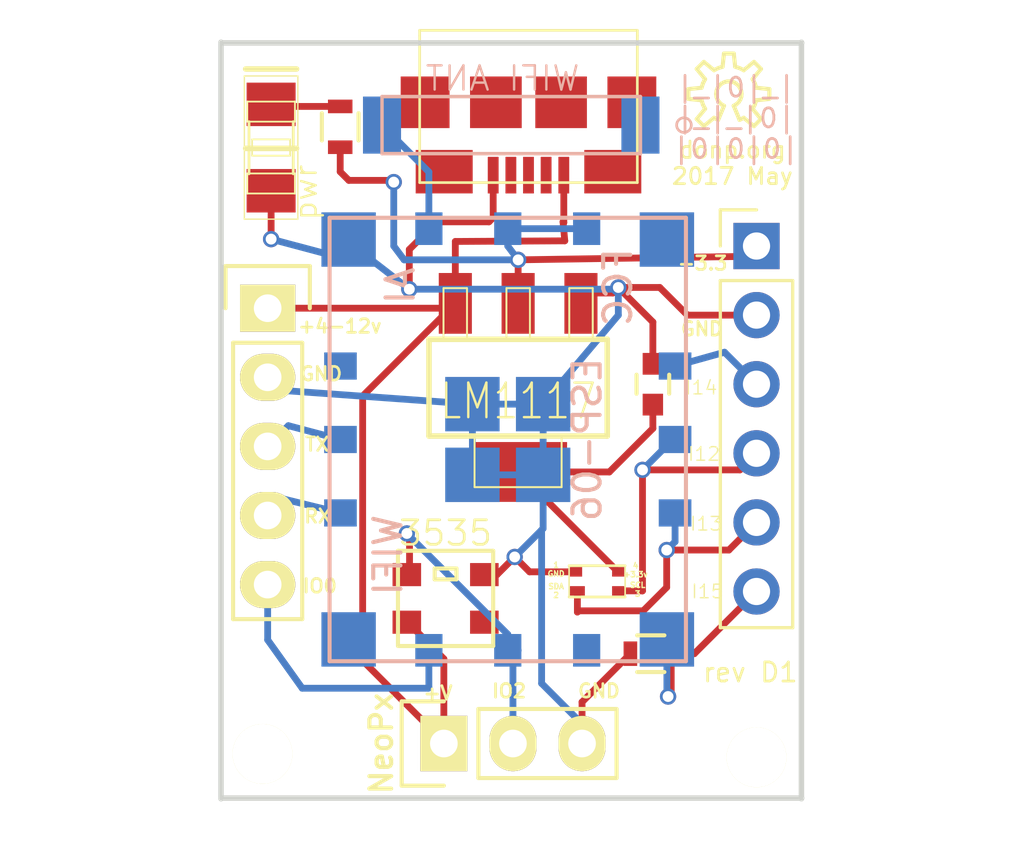
<source format=kicad_pcb>
(kicad_pcb (version 20171130) (host pcbnew 5.0.2-bee76a0~70~ubuntu18.04.1)

  (general
    (thickness 1.6)
    (drawings 25)
    (tracks 134)
    (zones 0)
    (modules 16)
    (nets 1)
  )

  (page A4)
  (layers
    (0 F.Cu signal)
    (31 B.Cu signal)
    (32 B.Adhes user)
    (33 F.Adhes user)
    (34 B.Paste user)
    (35 F.Paste user)
    (36 B.SilkS user)
    (37 F.SilkS user)
    (38 B.Mask user)
    (39 F.Mask user)
    (40 Dwgs.User user)
    (41 Cmts.User user)
    (42 Eco1.User user)
    (43 Eco2.User user)
    (44 Edge.Cuts user)
    (45 Margin user)
    (46 B.CrtYd user)
    (47 F.CrtYd user)
    (48 B.Fab user)
    (49 F.Fab user)
  )

  (setup
    (last_trace_width 0.25)
    (trace_clearance 0.2)
    (zone_clearance 0.508)
    (zone_45_only no)
    (trace_min 0.2)
    (segment_width 0.2)
    (edge_width 0.2)
    (via_size 0.6)
    (via_drill 0.4)
    (via_min_size 0.4)
    (via_min_drill 0.3)
    (uvia_size 0.3)
    (uvia_drill 0.1)
    (uvias_allowed no)
    (uvia_min_size 0.2)
    (uvia_min_drill 0.1)
    (pcb_text_width 0.3)
    (pcb_text_size 1.5 1.5)
    (mod_edge_width 0.15)
    (mod_text_size 1 1)
    (mod_text_width 0.15)
    (pad_size 0.55 0.35)
    (pad_drill 0)
    (pad_to_mask_clearance 0.2)
    (solder_mask_min_width 0.25)
    (aux_axis_origin 0 0)
    (visible_elements FFFFFF7F)
    (pcbplotparams
      (layerselection 0x010f0_80000001)
      (usegerberextensions true)
      (usegerberattributes false)
      (usegerberadvancedattributes false)
      (creategerberjobfile false)
      (excludeedgelayer true)
      (linewidth 0.100000)
      (plotframeref false)
      (viasonmask false)
      (mode 1)
      (useauxorigin false)
      (hpglpennumber 1)
      (hpglpenspeed 20)
      (hpglpendiameter 15.000000)
      (psnegative false)
      (psa4output false)
      (plotreference true)
      (plotvalue true)
      (plotinvisibletext false)
      (padsonsilk false)
      (subtractmaskfromsilk false)
      (outputformat 1)
      (mirror false)
      (drillshape 0)
      (scaleselection 1)
      (outputdirectory "/home/donp/osh/espsquare"))
  )

  (net 0 "")

  (net_class Default "This is the default net class."
    (clearance 0.2)
    (trace_width 0.25)
    (via_dia 0.6)
    (via_drill 0.4)
    (uvia_dia 0.3)
    (uvia_drill 0.1)
  )

  (module Resistors_SMD:R_0603 (layer F.Cu) (tedit 57B8D37B) (tstamp 595538FA)
    (at 147.7518 60.452)
    (descr "Resistor SMD 0603, reflow soldering, Vishay (see dcrcw.pdf)")
    (tags "resistor 0603")
    (attr smd)
    (fp_text reference "" (at 0 -1.9) (layer F.SilkS)
      (effects (font (size 1 1) (thickness 0.15)))
    )
    (fp_text value R_0603 (at 0 1.9) (layer F.Fab)
      (effects (font (size 0.5 0.5) (thickness 0.125)))
    )
    (fp_line (start -1.3 -0.8) (end 1.3 -0.8) (layer F.CrtYd) (width 0.05))
    (fp_line (start -1.3 0.8) (end 1.3 0.8) (layer F.CrtYd) (width 0.05))
    (fp_line (start -1.3 -0.8) (end -1.3 0.8) (layer F.CrtYd) (width 0.05))
    (fp_line (start 1.3 -0.8) (end 1.3 0.8) (layer F.CrtYd) (width 0.05))
    (fp_line (start 0.5 0.675) (end -0.5 0.675) (layer F.SilkS) (width 0.15))
    (fp_line (start -0.5 -0.675) (end 0.5 -0.675) (layer F.SilkS) (width 0.15))
    (pad 1 smd rect (at -0.75 0) (size 0.5 0.9) (layers F.Cu F.Paste F.Mask))
    (pad 2 smd rect (at 0.75 0) (size 0.5 0.9) (layers F.Cu F.Paste F.Mask))
    (model Resistors_SMD.3dshapes/R_0603.wrl
      (at (xyz 0 0 0))
      (scale (xyz 1 1 1))
      (rotate (xyz 0 0 0))
    )
    (model Resistors_SMD.3dshapes/R_0603.wrl
      (at (xyz 0 0 0))
      (scale (xyz 1 1 1))
      (rotate (xyz 0 0 0))
    )
    (model Resistors_SMD.3dshapes/R_0603.wrl
      (at (xyz 0 0 0))
      (scale (xyz 1 1 1))
      (rotate (xyz 0 0 0))
    )
    (model Resistors_SMD.3dshapes/R_0603.wrl
      (at (xyz 0 0 0))
      (scale (xyz 1 1 1))
      (rotate (xyz 0 0 0))
    )
  )

  (module veml-rgb:VEML6040 (layer F.Cu) (tedit 590A0B07) (tstamp 58E21996)
    (at 145.9484 56.7182)
    (fp_text reference "" (at 0.24 2.46) (layer F.SilkS)
      (effects (font (size 1 1) (thickness 0.15)))
    )
    (fp_text value VEML6040 (at 0 -0.5) (layer F.Fab)
      (effects (font (size 1 1) (thickness 0.15)))
    )
    (fp_line (start -1.2 0.5) (end -1.2 1.65) (layer F.SilkS) (width 0.06))
    (fp_line (start -1.2 1.65) (end 0.86 1.65) (layer F.SilkS) (width 0.1))
    (fp_line (start 0.86 1.65) (end 0.86 0.5) (layer F.SilkS) (width 0.06))
    (fp_line (start -1.2 0.5) (end 0.86 0.5) (layer F.SilkS) (width 0.1))
    (pad GND smd rect (at -0.945 0.725) (size 0.45 0.35) (layers F.Cu F.Paste F.Mask))
    (pad +V smd rect (at 0.605 0.725) (size 0.45 0.35) (layers F.Cu F.Paste F.Mask))
    (pad 3 smd rect (at 0.605 1.425) (size 0.45 0.35) (layers F.Cu F.Paste F.Mask))
    (pad 2 smd rect (at -0.895 1.425) (size 0.55 0.35) (layers F.Cu F.Paste F.Mask))
  )

  (module Pin_Headers:Pin_Header_Straight_1x05 (layer F.Cu) (tedit 57B8E008) (tstamp 57BBFF38)
    (at 133.6675 47.752)
    (descr "Through hole pin header")
    (tags "pin header")
    (fp_text reference "" (at 0 -5.1) (layer F.SilkS)
      (effects (font (size 1 1) (thickness 0.15)))
    )
    (fp_text value Pin_Header_Straight_1x05 (at 0 -3.1) (layer F.Fab)
      (effects (font (size 1 1) (thickness 0.15)))
    )
    (fp_line (start -1.55 0) (end -1.55 -1.55) (layer F.SilkS) (width 0.15))
    (fp_line (start -1.55 -1.55) (end 1.55 -1.55) (layer F.SilkS) (width 0.15))
    (fp_line (start 1.55 -1.55) (end 1.55 0) (layer F.SilkS) (width 0.15))
    (fp_line (start -1.75 -1.75) (end -1.75 11.95) (layer F.CrtYd) (width 0.05))
    (fp_line (start 1.75 -1.75) (end 1.75 11.95) (layer F.CrtYd) (width 0.05))
    (fp_line (start -1.75 -1.75) (end 1.75 -1.75) (layer F.CrtYd) (width 0.05))
    (fp_line (start -1.75 11.95) (end 1.75 11.95) (layer F.CrtYd) (width 0.05))
    (fp_line (start 1.27 1.27) (end 1.27 11.43) (layer F.SilkS) (width 0.15))
    (fp_line (start 1.27 11.43) (end -1.27 11.43) (layer F.SilkS) (width 0.15))
    (fp_line (start -1.27 11.43) (end -1.27 1.27) (layer F.SilkS) (width 0.15))
    (fp_line (start 1.27 1.27) (end -1.27 1.27) (layer F.SilkS) (width 0.15))
    (pad 1 thru_hole rect (at 0 0) (size 2.032 1.7272) (drill 1.016) (layers *.Cu *.Mask F.SilkS))
    (pad 2 thru_hole oval (at 0 2.54) (size 2.032 1.7272) (drill 1.016) (layers *.Cu *.Mask F.SilkS))
    (pad 3 thru_hole oval (at 0 5.08) (size 2.032 1.7272) (drill 1.016) (layers *.Cu *.Mask F.SilkS))
    (pad 4 thru_hole oval (at 0 7.62) (size 2.032 1.7272) (drill 1.016) (layers *.Cu *.Mask F.SilkS))
    (pad 5 thru_hole oval (at 0 10.16) (size 2.032 1.7272) (drill 1.016) (layers *.Cu *.Mask F.SilkS))
    (model Pin_Headers.3dshapes/Pin_Header_Straight_1x05.wrl
      (offset (xyz 0 -5.079999923706055 0))
      (scale (xyz 1 1 1))
      (rotate (xyz 0 0 90))
    )
    (model Pin_Headers.3dshapes/Pin_Header_Straight_1x05.wrl
      (offset (xyz 0 -5.079999923706055 0))
      (scale (xyz 1 1 1))
      (rotate (xyz 0 0 90))
    )
    (model Pin_Headers.3dshapes/Pin_Header_Straight_1x05.wrl
      (offset (xyz 0 -5.079999923706055 0))
      (scale (xyz 1 1 1))
      (rotate (xyz 0 0 90))
    )
    (model Pin_Headers.3dshapes/Pin_Header_Straight_1x05.wrl
      (offset (xyz 0 -5.079999923706055 0))
      (scale (xyz 1 1 1))
      (rotate (xyz 0 0 90))
    )
  )

  (module ESP8266:ESP-06 (layer B.Cu) (tedit 57B8CC68) (tstamp 56EF2894)
    (at 142.494 52.578 270)
    (fp_text reference ESP-06 (at 0 -2.921 270) (layer B.SilkS)
      (effects (font (size 1 1) (thickness 0.15)) (justify mirror))
    )
    (fp_text value ESP-06 (at 0 0.5 270) (layer F.Fab)
      (effects (font (size 1 1) (thickness 0.15)))
    )
    (fp_text user AI (at -5.65 3.95 270) (layer B.SilkS)
      (effects (font (size 1 1) (thickness 0.15)) (justify mirror))
    )
    (fp_text user WIFI (at 4.25 4.4 270) (layer B.SilkS)
      (effects (font (size 1 1) (thickness 0.15)) (justify mirror))
    )
    (fp_text user FCC (at -5.6 -4.05 270) (layer B.SilkS)
      (effects (font (size 1 1) (thickness 0.15)) (justify mirror))
    )
    (fp_line (start -8.15 -6.55) (end 8.15 -6.55) (layer B.SilkS) (width 0.15))
    (fp_line (start 8.15 -6.55) (end 8.15 6.55) (layer B.SilkS) (width 0.15))
    (fp_line (start 8.15 6.55) (end -8.15 6.55) (layer B.SilkS) (width 0.15))
    (fp_line (start -8.15 6.55) (end -8.15 -6.55) (layer B.SilkS) (width 0.15))
    (pad GND smd rect (at -7.35 5.85 270) (size 2 2) (layers B.Cu B.Paste B.Mask))
    (pad GP5 smd rect (at 7.35 5.85 270) (size 2 2) (layers B.Cu B.Paste B.Mask))
    (pad GP16 smd rect (at -7.35 -5.85 270) (size 2 2) (layers B.Cu B.Paste B.Mask))
    (pad GP15 smd rect (at 7.35 -5.85 270) (size 2 2) (layers B.Cu B.Paste B.Mask))
    (pad GP14 smd rect (at -2.7 -6.15 270) (size 1 1.2) (layers B.Cu B.Paste B.Mask))
    (pad GP12 smd rect (at 0 -6.15 270) (size 1 1.2) (layers B.Cu B.Paste B.Mask))
    (pad GP13 smd rect (at 2.7 -6.15 270) (size 1 1.2) (layers B.Cu B.Paste B.Mask))
    (pad TX smd rect (at 0 6.15 270) (size 1 1.2) (layers B.Cu B.Paste B.Mask))
    (pad RST smd rect (at -2.7 6.15 270) (size 1 1.2) (layers B.Cu B.Paste B.Mask))
    (pad RX smd rect (at 2.7 6.15 270) (size 1 1.2) (layers B.Cu B.Paste B.Mask))
    (pad 3.3 smd rect (at -7.75 0 270) (size 1.2 1) (layers B.Cu B.Paste B.Mask))
    (pad CHPD smd rect (at -7.75 -2.9 270) (size 1.2 1) (layers B.Cu B.Paste B.Mask))
    (pad ANT smd rect (at -7.75 2.9 270) (size 1.2 1) (layers B.Cu B.Paste B.Mask))
    (pad GP2 smd rect (at 7.75 0 270) (size 1.2 1) (layers B.Cu B.Paste B.Mask))
    (pad GP0 smd rect (at 7.75 2.9 270) (size 1.2 1) (layers B.Cu B.Paste B.Mask))
    (pad GP4 smd rect (at 7.75 -2.9 270) (size 1.2 1) (layers B.Cu B.Paste B.Mask))
    (pad GND smd rect (at -1.3 1.3 270) (size 2 2) (layers B.Cu B.Paste B.Mask))
    (pad GND smd rect (at 1.3 1.3 270) (size 2 2) (layers B.Cu B.Paste B.Mask))
    (pad GND smd rect (at -1.3 -1.3 270) (size 2 2) (layers B.Cu B.Paste B.Mask))
    (pad GND smd rect (at 1.3 -1.3 270) (size 2 2) (layers B.Cu B.Paste B.Mask))
  )

  (module Mounting_Holes:MountingHole_2.2mm_M2 (layer F.Cu) (tedit 57BC20FF) (tstamp 57BE41FB)
    (at 133.477 64.135)
    (descr "Mounting Hole 2.2mm, no annular, M2")
    (tags "mounting hole 2.2mm no annular m2")
    (fp_text reference "" (at 0 -3.2) (layer F.SilkS)
      (effects (font (size 1 1) (thickness 0.15)))
    )
    (fp_text value MountingHole_2.2mm_M2 (at 0 3.2) (layer F.Fab)
      (effects (font (size 1 1) (thickness 0.15)))
    )
    (fp_circle (center 0 0) (end 2.2 0) (layer Cmts.User) (width 0.15))
    (fp_circle (center 0 0) (end 2.45 0) (layer F.CrtYd) (width 0.05))
    (pad 1 np_thru_hole circle (at 0 0) (size 2.2 2.2) (drill 2.2) (layers *.Cu *.Mask F.SilkS))
  )

  (module aalay:aalay-LED1206 (layer F.Cu) (tedit 57B713D9) (tstamp 56F9A37D)
    (at 133.7945 41.8465 90)
    (attr smd)
    (fp_text reference pwr (at -1.651 1.27 90) (layer F.SilkS)
      (effects (font (size 0.8 0.8) (thickness 0.0889)))
    )
    (fp_text value >VALUE (at 0.508 2.032 90) (layer B.SilkS) hide
      (effects (font (size 1.016 1.016) (thickness 0.0889)) (justify mirror))
    )
    (fp_line (start -1.6891 0.8763) (end -0.9525 0.8763) (layer F.SilkS) (width 0.06604))
    (fp_line (start -0.9525 0.8763) (end -0.9525 -0.8763) (layer F.SilkS) (width 0.06604))
    (fp_line (start -1.6891 -0.8763) (end -0.9525 -0.8763) (layer F.SilkS) (width 0.06604))
    (fp_line (start -1.6891 0.8763) (end -1.6891 -0.8763) (layer F.SilkS) (width 0.06604))
    (fp_line (start 0.9525 0.8763) (end 1.6891 0.8763) (layer F.SilkS) (width 0.06604))
    (fp_line (start 1.6891 0.8763) (end 1.6891 -0.8763) (layer F.SilkS) (width 0.06604))
    (fp_line (start 0.9525 -0.8763) (end 1.6891 -0.8763) (layer F.SilkS) (width 0.06604))
    (fp_line (start 0.9525 0.8763) (end 0.9525 -0.8763) (layer F.SilkS) (width 0.06604))
    (fp_line (start -0.29972 0.6985) (end 0.29972 0.6985) (layer F.SilkS) (width 0.06604))
    (fp_line (start 0.29972 0.6985) (end 0.29972 -0.6985) (layer F.SilkS) (width 0.06604))
    (fp_line (start -0.29972 -0.6985) (end 0.29972 -0.6985) (layer F.SilkS) (width 0.06604))
    (fp_line (start -0.29972 0.6985) (end -0.29972 -0.6985) (layer F.SilkS) (width 0.06604))
    (fp_line (start 0.9525 0.8128) (end -0.9652 0.8128) (layer F.SilkS) (width 0.1016))
    (fp_line (start 0.9525 -0.8128) (end -0.9652 -0.8128) (layer F.SilkS) (width 0.1016))
    (fp_line (start -2.63144 -0.98298) (end 2.63144 -0.98298) (layer F.SilkS) (width 0.0508))
    (fp_line (start 2.63144 -0.98298) (end 2.63144 0.98298) (layer F.SilkS) (width 0.0508))
    (fp_line (start 2.63144 0.98298) (end -2.63144 0.98298) (layer F.SilkS) (width 0.0508))
    (fp_line (start -2.63144 0.98298) (end -2.63144 -0.98298) (layer F.SilkS) (width 0.0508))
    (fp_line (start -0.03048 0.93472) (end -0.03048 -0.93472) (layer F.SilkS) (width 0.2032))
    (fp_line (start 2.88798 0.93472) (end 2.88798 -0.93472) (layer F.SilkS) (width 0.2032))
    (pad A smd rect (at -1.5875 0 90) (size 1.59766 1.80086) (layers F.Cu F.Paste F.Mask))
    (pad K smd rect (at 1.5875 0 90) (size 1.59766 1.80086) (layers F.Cu F.Paste F.Mask))
  )

  (module Pin_Headers:Pin_Header_Straight_1x03 (layer F.Cu) (tedit 57B8E513) (tstamp 56F7230E)
    (at 140.1445 63.754 90)
    (descr "Through hole pin header")
    (tags "pin header")
    (fp_text reference NeoPx (at 0 -2.3 90) (layer F.SilkS)
      (effects (font (size 0.8 0.8) (thickness 0.15)))
    )
    (fp_text value Pin_Header_Straight_1x03 (at 0 -3.1 90) (layer F.Fab) hide
      (effects (font (size 1 1) (thickness 0.15)))
    )
    (fp_line (start -1.75 -1.75) (end -1.75 6.85) (layer F.CrtYd) (width 0.05))
    (fp_line (start 1.75 -1.75) (end 1.75 6.85) (layer F.CrtYd) (width 0.05))
    (fp_line (start -1.75 -1.75) (end 1.75 -1.75) (layer F.CrtYd) (width 0.05))
    (fp_line (start -1.75 6.85) (end 1.75 6.85) (layer F.CrtYd) (width 0.05))
    (fp_line (start -1.27 1.27) (end -1.27 6.35) (layer F.SilkS) (width 0.15))
    (fp_line (start -1.27 6.35) (end 1.27 6.35) (layer F.SilkS) (width 0.15))
    (fp_line (start 1.27 6.35) (end 1.27 1.27) (layer F.SilkS) (width 0.15))
    (fp_line (start 1.55 -1.55) (end 1.55 0) (layer F.SilkS) (width 0.15))
    (fp_line (start 1.27 1.27) (end -1.27 1.27) (layer F.SilkS) (width 0.15))
    (fp_line (start -1.55 0) (end -1.55 -1.55) (layer F.SilkS) (width 0.15))
    (fp_line (start -1.55 -1.55) (end 1.55 -1.55) (layer F.SilkS) (width 0.15))
    (pad 1 thru_hole rect (at 0 0 90) (size 2.032 1.7272) (drill 1.016) (layers *.Cu *.Mask F.SilkS))
    (pad 2 thru_hole oval (at 0 2.54 90) (size 2.032 1.7272) (drill 1.016) (layers *.Cu *.Mask F.SilkS))
    (pad 3 thru_hole oval (at 0 5.08 90) (size 2.032 1.7272) (drill 1.016) (layers *.Cu *.Mask F.SilkS))
    (model Pin_Headers.3dshapes/Pin_Header_Straight_1x03.wrl
      (offset (xyz 0 -2.539999961853027 0))
      (scale (xyz 1 1 1))
      (rotate (xyz 0 0 90))
    )
    (model Pin_Headers.3dshapes/Pin_Header_Straight_1x03.wrl
      (offset (xyz 0 -2.539999961853027 0))
      (scale (xyz 1 1 1))
      (rotate (xyz 0 0 90))
    )
  )

  (module aalay:aalay-SOT223 (layer F.Cu) (tedit 56F70B8E) (tstamp 56F03C8A)
    (at 142.875 50.673 180)
    (descr "SOT223 PACKAGE")
    (tags "SOT223 PACKAGE")
    (attr smd)
    (fp_text reference LM1117 (at 0 -0.5 180) (layer F.SilkS)
      (effects (font (size 1.27 1) (thickness 0.0889)))
    )
    (fp_text value >VALUE (at 1.27 0.6858 180) (layer B.SilkS) hide
      (effects (font (size 1.27 1.27) (thickness 0.0889)) (justify mirror))
    )
    (fp_line (start -1.6002 -1.80086) (end 1.6002 -1.80086) (layer F.SilkS) (width 0.06604))
    (fp_line (start 1.6002 -1.80086) (end 1.6002 -3.6576) (layer F.SilkS) (width 0.06604))
    (fp_line (start -1.6002 -3.6576) (end 1.6002 -3.6576) (layer F.SilkS) (width 0.06604))
    (fp_line (start -1.6002 -1.80086) (end -1.6002 -3.6576) (layer F.SilkS) (width 0.06604))
    (fp_line (start -0.4318 3.6576) (end 0.4318 3.6576) (layer F.SilkS) (width 0.06604))
    (fp_line (start 0.4318 3.6576) (end 0.4318 1.80086) (layer F.SilkS) (width 0.06604))
    (fp_line (start -0.4318 1.80086) (end 0.4318 1.80086) (layer F.SilkS) (width 0.06604))
    (fp_line (start -0.4318 3.6576) (end -0.4318 1.80086) (layer F.SilkS) (width 0.06604))
    (fp_line (start -2.7432 3.6576) (end -1.8796 3.6576) (layer F.SilkS) (width 0.06604))
    (fp_line (start -1.8796 3.6576) (end -1.8796 1.80086) (layer F.SilkS) (width 0.06604))
    (fp_line (start -2.7432 1.80086) (end -1.8796 1.80086) (layer F.SilkS) (width 0.06604))
    (fp_line (start -2.7432 3.6576) (end -2.7432 1.80086) (layer F.SilkS) (width 0.06604))
    (fp_line (start 1.8796 3.6576) (end 2.7432 3.6576) (layer F.SilkS) (width 0.06604))
    (fp_line (start 2.7432 3.6576) (end 2.7432 1.80086) (layer F.SilkS) (width 0.06604))
    (fp_line (start 1.8796 1.80086) (end 2.7432 1.80086) (layer F.SilkS) (width 0.06604))
    (fp_line (start 1.8796 3.6576) (end 1.8796 1.80086) (layer F.SilkS) (width 0.06604))
    (fp_line (start -1.6002 -1.80086) (end 1.6002 -1.80086) (layer F.SilkS) (width 0.06604))
    (fp_line (start 1.6002 -1.80086) (end 1.6002 -3.6576) (layer F.SilkS) (width 0.06604))
    (fp_line (start -1.6002 -3.6576) (end 1.6002 -3.6576) (layer F.SilkS) (width 0.06604))
    (fp_line (start -1.6002 -1.80086) (end -1.6002 -3.6576) (layer F.SilkS) (width 0.06604))
    (fp_line (start -0.4318 3.6576) (end 0.4318 3.6576) (layer F.SilkS) (width 0.06604))
    (fp_line (start 0.4318 3.6576) (end 0.4318 1.80086) (layer F.SilkS) (width 0.06604))
    (fp_line (start -0.4318 1.80086) (end 0.4318 1.80086) (layer F.SilkS) (width 0.06604))
    (fp_line (start -0.4318 3.6576) (end -0.4318 1.80086) (layer F.SilkS) (width 0.06604))
    (fp_line (start -2.7432 3.6576) (end -1.8796 3.6576) (layer F.SilkS) (width 0.06604))
    (fp_line (start -1.8796 3.6576) (end -1.8796 1.80086) (layer F.SilkS) (width 0.06604))
    (fp_line (start -2.7432 1.80086) (end -1.8796 1.80086) (layer F.SilkS) (width 0.06604))
    (fp_line (start -2.7432 3.6576) (end -2.7432 1.80086) (layer F.SilkS) (width 0.06604))
    (fp_line (start 1.8796 3.6576) (end 2.7432 3.6576) (layer F.SilkS) (width 0.06604))
    (fp_line (start 2.7432 3.6576) (end 2.7432 1.80086) (layer F.SilkS) (width 0.06604))
    (fp_line (start 1.8796 1.80086) (end 2.7432 1.80086) (layer F.SilkS) (width 0.06604))
    (fp_line (start 1.8796 3.6576) (end 1.8796 1.80086) (layer F.SilkS) (width 0.06604))
    (fp_line (start 3.2766 -1.778) (end 3.2766 1.778) (layer F.SilkS) (width 0.2032))
    (fp_line (start 3.2766 1.778) (end -3.2766 1.778) (layer F.SilkS) (width 0.2032))
    (fp_line (start -3.2766 1.778) (end -3.2766 -1.778) (layer F.SilkS) (width 0.2032))
    (fp_line (start -3.2766 -1.778) (end 3.2766 -1.778) (layer F.SilkS) (width 0.2032))
    (pad GND smd rect (at -2.30886 3.0988 180) (size 1.21666 2.23266) (layers F.Cu F.Paste F.Mask))
    (pad OUT smd rect (at 0 3.0988 180) (size 1.21666 2.23266) (layers F.Cu F.Paste F.Mask))
    (pad IN smd rect (at 2.30886 3.0988 180) (size 1.21666 2.23266) (layers F.Cu F.Paste F.Mask))
    (pad OUT smd rect (at 0 -3.0988 180) (size 3.59918 2.19964) (layers F.Cu F.Paste F.Mask))
  )

  (module OPL-Antenna:OPL-Antenna-ANT2-SMD-9.5X2.1X1.0MM (layer B.Cu) (tedit 577AC5CE) (tstamp 56EF2E24)
    (at 142.621 41.021 180)
    (attr smd)
    (fp_text reference "WIFI ANT" (at 0.3175 1.7145 180) (layer B.SilkS)
      (effects (font (size 0.889 0.889) (thickness 0.0889)) (justify mirror))
    )
    (fp_text value >VALUE (at 0.762 -2.0955 180) (layer F.SilkS) hide
      (effects (font (size 0.889 0.889) (thickness 0.0889)))
    )
    (fp_line (start -4.7498 -1.04902) (end 4.7498 -1.04902) (layer B.SilkS) (width 0.06604))
    (fp_line (start 4.7498 -1.04902) (end 4.7498 1.04902) (layer B.SilkS) (width 0.06604))
    (fp_line (start -4.7498 1.04902) (end 4.7498 1.04902) (layer B.SilkS) (width 0.06604))
    (fp_line (start -4.7498 -1.04902) (end -4.7498 1.04902) (layer B.SilkS) (width 0.06604))
    (fp_line (start -4.7498 1.04902) (end 4.7498 1.04902) (layer B.SilkS) (width 0.127))
    (fp_line (start 4.7498 1.04902) (end 4.7498 -1.04902) (layer B.SilkS) (width 0.127))
    (fp_line (start 4.7498 -1.04902) (end -4.7498 -1.04902) (layer B.SilkS) (width 0.127))
    (fp_line (start -4.7498 -1.04902) (end -4.7498 1.04902) (layer B.SilkS) (width 0.127))
    (fp_circle (center -6.35 0) (end -6.5405 -0.1905) (layer B.SilkS) (width 0.1))
    (pad 1 smd rect (at -4.7498 0 180) (size 1.39954 2.09804) (layers B.Cu B.Paste B.Mask))
    (pad 2 smd rect (at 4.7498 0 180) (size 1.39954 2.09804) (layers B.Cu B.Paste B.Mask))
  )

  (module Resistors_SMD:R_0603 (layer F.Cu) (tedit 57B8D37B) (tstamp 577AC355)
    (at 136.3345 41.0845 90)
    (descr "Resistor SMD 0603, reflow soldering, Vishay (see dcrcw.pdf)")
    (tags "resistor 0603")
    (attr smd)
    (fp_text reference "" (at 0 -1.9 90) (layer F.SilkS)
      (effects (font (size 1 1) (thickness 0.15)))
    )
    (fp_text value R_0603 (at 0 1.9 90) (layer F.Fab)
      (effects (font (size 0.5 0.5) (thickness 0.125)))
    )
    (fp_line (start -1.3 -0.8) (end 1.3 -0.8) (layer F.CrtYd) (width 0.05))
    (fp_line (start -1.3 0.8) (end 1.3 0.8) (layer F.CrtYd) (width 0.05))
    (fp_line (start -1.3 -0.8) (end -1.3 0.8) (layer F.CrtYd) (width 0.05))
    (fp_line (start 1.3 -0.8) (end 1.3 0.8) (layer F.CrtYd) (width 0.05))
    (fp_line (start 0.5 0.675) (end -0.5 0.675) (layer F.SilkS) (width 0.15))
    (fp_line (start -0.5 -0.675) (end 0.5 -0.675) (layer F.SilkS) (width 0.15))
    (pad 1 smd rect (at -0.75 0 90) (size 0.5 0.9) (layers F.Cu F.Paste F.Mask))
    (pad 2 smd rect (at 0.75 0 90) (size 0.5 0.9) (layers F.Cu F.Paste F.Mask))
    (model Resistors_SMD.3dshapes/R_0603.wrl
      (at (xyz 0 0 0))
      (scale (xyz 1 1 1))
      (rotate (xyz 0 0 0))
    )
    (model Resistors_SMD.3dshapes/R_0603.wrl
      (at (xyz 0 0 0))
      (scale (xyz 1 1 1))
      (rotate (xyz 0 0 0))
    )
    (model Resistors_SMD.3dshapes/R_0603.wrl
      (at (xyz 0 0 0))
      (scale (xyz 1 1 1))
      (rotate (xyz 0 0 0))
    )
    (model Resistors_SMD.3dshapes/R_0603.wrl
      (at (xyz 0 0 0))
      (scale (xyz 1 1 1))
      (rotate (xyz 0 0 0))
    )
  )

  (module Capacitors_SMD:C_0603 (layer F.Cu) (tedit 57B556AC) (tstamp 57B66417)
    (at 147.828 50.546 90)
    (descr "Capacitor SMD 0603, reflow soldering, AVX (see smccp.pdf)")
    (tags "capacitor 0603")
    (attr smd)
    (fp_text reference "" (at 0 -1.9 90) (layer F.SilkS)
      (effects (font (size 1 1) (thickness 0.15)))
    )
    (fp_text value C_0603 (at 0 1.9 90) (layer F.Fab)
      (effects (font (size 1 1) (thickness 0.15)))
    )
    (fp_line (start -1.45 -0.75) (end 1.45 -0.75) (layer F.CrtYd) (width 0.05))
    (fp_line (start -1.45 0.75) (end 1.45 0.75) (layer F.CrtYd) (width 0.05))
    (fp_line (start -1.45 -0.75) (end -1.45 0.75) (layer F.CrtYd) (width 0.05))
    (fp_line (start 1.45 -0.75) (end 1.45 0.75) (layer F.CrtYd) (width 0.05))
    (fp_line (start -0.35 -0.6) (end 0.35 -0.6) (layer F.SilkS) (width 0.15))
    (fp_line (start 0.35 0.6) (end -0.35 0.6) (layer F.SilkS) (width 0.15))
    (pad 1 smd rect (at -0.75 0 90) (size 0.8 0.75) (layers F.Cu F.Paste F.Mask))
    (pad 2 smd rect (at 0.75 0 90) (size 0.8 0.75) (layers F.Cu F.Paste F.Mask))
    (model Capacitors_SMD.3dshapes/C_0603.wrl
      (at (xyz 0 0 0))
      (scale (xyz 1 1 1))
      (rotate (xyz 0 0 0))
    )
    (model Capacitors_SMD.3dshapes/C_0603.wrl
      (at (xyz 0 0 0))
      (scale (xyz 1 1 1))
      (rotate (xyz 0 0 0))
    )
  )

  (module aalay:aalay-OSHW_LOGO_S (layer F.Cu) (tedit 200000) (tstamp 57B820CA)
    (at 150.622 39.878)
    (attr virtual)
    (fp_text reference "" (at 0 0) (layer F.SilkS)
      (effects (font (size 1.524 1.524) (thickness 0.15)))
    )
    (fp_text value "" (at 0 0) (layer F.SilkS)
      (effects (font (size 1.524 1.524) (thickness 0.15)))
    )
    (fp_line (start 0.3937 0.9525) (end 0.5461 0.87376) (layer F.SilkS) (width 0.14986))
    (fp_line (start 0.5461 0.87376) (end 0.92202 1.1811) (layer F.SilkS) (width 0.14986))
    (fp_line (start 0.92202 1.1811) (end 1.1811 0.92202) (layer F.SilkS) (width 0.14986))
    (fp_line (start 1.1811 0.92202) (end 0.87376 0.5461) (layer F.SilkS) (width 0.14986))
    (fp_line (start 0.87376 0.5461) (end 0.9525 0.3937) (layer F.SilkS) (width 0.14986))
    (fp_line (start 0.9525 0.3937) (end 1.0033 0.23114) (layer F.SilkS) (width 0.14986))
    (fp_line (start 1.0033 0.23114) (end 1.48844 0.18034) (layer F.SilkS) (width 0.14986))
    (fp_line (start 1.48844 0.18034) (end 1.48844 -0.18034) (layer F.SilkS) (width 0.14986))
    (fp_line (start 1.48844 -0.18034) (end 1.0033 -0.23114) (layer F.SilkS) (width 0.14986))
    (fp_line (start 1.0033 -0.23114) (end 0.9525 -0.3937) (layer F.SilkS) (width 0.14986))
    (fp_line (start 0.9525 -0.3937) (end 0.87376 -0.5461) (layer F.SilkS) (width 0.14986))
    (fp_line (start 0.87376 -0.5461) (end 1.1811 -0.92202) (layer F.SilkS) (width 0.14986))
    (fp_line (start 1.1811 -0.92202) (end 0.92202 -1.1811) (layer F.SilkS) (width 0.14986))
    (fp_line (start 0.92202 -1.1811) (end 0.5461 -0.87376) (layer F.SilkS) (width 0.14986))
    (fp_line (start 0.5461 -0.87376) (end 0.3937 -0.9525) (layer F.SilkS) (width 0.14986))
    (fp_line (start 0.3937 -0.9525) (end 0.23114 -1.0033) (layer F.SilkS) (width 0.14986))
    (fp_line (start 0.23114 -1.0033) (end 0.18034 -1.48844) (layer F.SilkS) (width 0.14986))
    (fp_line (start 0.18034 -1.48844) (end -0.18034 -1.48844) (layer F.SilkS) (width 0.14986))
    (fp_line (start -0.18034 -1.48844) (end -0.23114 -1.0033) (layer F.SilkS) (width 0.14986))
    (fp_line (start -0.23114 -1.0033) (end -0.3937 -0.9525) (layer F.SilkS) (width 0.14986))
    (fp_line (start -0.3937 -0.9525) (end -0.5461 -0.87376) (layer F.SilkS) (width 0.14986))
    (fp_line (start -0.5461 -0.87376) (end -0.92202 -1.1811) (layer F.SilkS) (width 0.14986))
    (fp_line (start -0.92202 -1.1811) (end -1.1811 -0.92202) (layer F.SilkS) (width 0.14986))
    (fp_line (start -1.1811 -0.92202) (end -0.87376 -0.5461) (layer F.SilkS) (width 0.14986))
    (fp_line (start -0.87376 -0.5461) (end -0.9525 -0.3937) (layer F.SilkS) (width 0.14986))
    (fp_line (start -0.9525 -0.3937) (end -1.0033 -0.23114) (layer F.SilkS) (width 0.14986))
    (fp_line (start -1.0033 -0.23114) (end -1.48844 -0.18034) (layer F.SilkS) (width 0.14986))
    (fp_line (start -1.48844 -0.18034) (end -1.48844 0.18034) (layer F.SilkS) (width 0.14986))
    (fp_line (start -1.48844 0.18034) (end -1.0033 0.23114) (layer F.SilkS) (width 0.14986))
    (fp_line (start -1.0033 0.23114) (end -0.9525 0.3937) (layer F.SilkS) (width 0.14986))
    (fp_line (start -0.9525 0.3937) (end -0.87376 0.5461) (layer F.SilkS) (width 0.14986))
    (fp_line (start -0.87376 0.5461) (end -1.1811 0.92202) (layer F.SilkS) (width 0.14986))
    (fp_line (start -1.1811 0.92202) (end -0.92202 1.1811) (layer F.SilkS) (width 0.14986))
    (fp_line (start -0.92202 1.1811) (end -0.5461 0.87376) (layer F.SilkS) (width 0.14986))
    (fp_line (start -0.5461 0.87376) (end -0.3937 0.9525) (layer F.SilkS) (width 0.14986))
    (fp_line (start -0.3937 0.9525) (end -0.1778 0.4318) (layer F.SilkS) (width 0.14986))
    (fp_line (start -0.1778 0.4318) (end -0.27432 0.37846) (layer F.SilkS) (width 0.14986))
    (fp_line (start -0.27432 0.37846) (end -0.3556 0.30226) (layer F.SilkS) (width 0.14986))
    (fp_line (start -0.3556 0.30226) (end -0.41656 0.21082) (layer F.SilkS) (width 0.14986))
    (fp_line (start -0.41656 0.21082) (end -0.45466 0.10922) (layer F.SilkS) (width 0.14986))
    (fp_line (start -0.45466 0.10922) (end -0.46736 0) (layer F.SilkS) (width 0.14986))
    (fp_line (start -0.46736 0) (end -0.45466 -0.10922) (layer F.SilkS) (width 0.14986))
    (fp_line (start -0.45466 -0.10922) (end -0.41402 -0.2159) (layer F.SilkS) (width 0.14986))
    (fp_line (start -0.41402 -0.2159) (end -0.35052 -0.30734) (layer F.SilkS) (width 0.14986))
    (fp_line (start -0.35052 -0.30734) (end -0.2667 -0.38354) (layer F.SilkS) (width 0.14986))
    (fp_line (start -0.2667 -0.38354) (end -0.16764 -0.43434) (layer F.SilkS) (width 0.14986))
    (fp_line (start -0.16764 -0.43434) (end -0.06096 -0.46228) (layer F.SilkS) (width 0.14986))
    (fp_line (start -0.06096 -0.46228) (end 0.0508 -0.46482) (layer F.SilkS) (width 0.14986))
    (fp_line (start 0.0508 -0.46482) (end 0.16002 -0.43942) (layer F.SilkS) (width 0.14986))
    (fp_line (start 0.16002 -0.43942) (end 0.25908 -0.38862) (layer F.SilkS) (width 0.14986))
    (fp_line (start 0.25908 -0.38862) (end 0.34544 -0.31496) (layer F.SilkS) (width 0.14986))
    (fp_line (start 0.34544 -0.31496) (end 0.40894 -0.22352) (layer F.SilkS) (width 0.14986))
    (fp_line (start 0.40894 -0.22352) (end 0.45212 -0.11938) (layer F.SilkS) (width 0.14986))
    (fp_line (start 0.45212 -0.11938) (end 0.46736 -0.01016) (layer F.SilkS) (width 0.14986))
    (fp_line (start 0.46736 -0.01016) (end 0.4572 0.09906) (layer F.SilkS) (width 0.14986))
    (fp_line (start 0.4572 0.09906) (end 0.4191 0.20574) (layer F.SilkS) (width 0.14986))
    (fp_line (start 0.4191 0.20574) (end 0.35814 0.29972) (layer F.SilkS) (width 0.14986))
    (fp_line (start 0.35814 0.29972) (end 0.27686 0.37592) (layer F.SilkS) (width 0.14986))
    (fp_line (start 0.27686 0.37592) (end 0.1778 0.4318) (layer F.SilkS) (width 0.14986))
    (fp_line (start 0.1778 0.4318) (end 0.3937 0.9525) (layer F.SilkS) (width 0.14986))
  )

  (module open-project:MICRO-B_USB (layer F.Cu) (tedit 57DD5C72) (tstamp 57BAEA7E)
    (at 143.256 38.735 180)
    (fp_text reference "" (at 0 -5.842 180) (layer F.SilkS)
      (effects (font (size 0.762 0.762) (thickness 0.127)))
    )
    (fp_text value "" (at -0.05 2.09 180) (layer F.SilkS)
      (effects (font (size 0.762 0.762) (thickness 0.127)))
    )
    (fp_line (start -4.0005 1.00076) (end -4.0005 1.19888) (layer F.SilkS) (width 0.09906))
    (fp_line (start 4.0005 1.00076) (end 4.0005 1.19888) (layer F.SilkS) (width 0.09906))
    (fp_line (start -4.0005 -4.39928) (end 4.0005 -4.39928) (layer F.SilkS) (width 0.09906))
    (fp_line (start 4.0005 -4.39928) (end 4.0005 1.00076) (layer F.SilkS) (width 0.09906))
    (fp_line (start 4.0005 1.19888) (end -4.0005 1.19888) (layer F.SilkS) (width 0.09906))
    (fp_line (start -4.0005 1.00076) (end -4.0005 -4.39928) (layer F.SilkS) (width 0.09906))
    (pad "" smd rect (at -1.19888 -1.4478 180) (size 1.89738 1.89738) (layers F.Cu F.Paste F.Mask))
    (pad "" smd rect (at 1.19888 -1.4478 180) (size 1.89992 1.89738) (layers F.Cu F.Paste F.Mask))
    (pad "" smd rect (at 3.79984 -1.4478 180) (size 1.79578 1.89738) (layers F.Cu F.Paste F.Mask))
    (pad "" smd rect (at -3.0988 -3.99796 180) (size 2.0955 1.59766) (layers F.Cu F.Paste F.Mask))
    (pad +5 smd rect (at -1.29794 -4.12496 180) (size 0.39878 1.3462) (layers F.Cu F.Paste F.Mask)
      (clearance 0.2032))
    (pad 2 smd rect (at -0.6477 -4.12496 180) (size 0.39878 1.3462) (layers F.Cu F.Paste F.Mask)
      (clearance 0.2032))
    (pad 3 smd rect (at 0 -4.12496 180) (size 0.39878 1.3462) (layers F.Cu F.Paste F.Mask)
      (clearance 0.2032))
    (pad 4 smd rect (at 0.6477 -4.12496 180) (size 0.39878 1.3462) (layers F.Cu F.Paste F.Mask)
      (clearance 0.2032))
    (pad GND smd rect (at 1.29794 -4.12496 180) (size 0.39878 1.3462) (layers F.Cu F.Paste F.Mask)
      (clearance 0.2032))
    (pad "" smd rect (at 3.0988 -3.99796 180) (size 2.0955 1.59766) (layers F.Cu F.Paste F.Mask))
    (pad "" smd rect (at -3.79984 -1.4478 180) (size 1.79578 1.89738) (layers F.Cu F.Paste F.Mask))
  )

  (module Mounting_Holes:MountingHole_2.2mm_M2 (layer F.Cu) (tedit 57BC20F9) (tstamp 57BE41E9)
    (at 151.638 64.262)
    (descr "Mounting Hole 2.2mm, no annular, M2")
    (tags "mounting hole 2.2mm no annular m2")
    (fp_text reference "" (at 0 -3.2) (layer F.SilkS)
      (effects (font (size 1 1) (thickness 0.15)))
    )
    (fp_text value MountingHole_2.2mm_M2 (at 0 3.2) (layer F.Fab)
      (effects (font (size 1 1) (thickness 0.15)))
    )
    (fp_circle (center 0 0) (end 2.2 0) (layer Cmts.User) (width 0.15))
    (fp_circle (center 0 0) (end 2.45 0) (layer F.CrtYd) (width 0.05))
    (pad 1 np_thru_hole circle (at 0 0) (size 2.2 2.2) (drill 2.2) (layers *.Cu *.Mask F.SilkS))
  )

  (module ws2812:3535 (layer F.Cu) (tedit 588CDD58) (tstamp 57BA36BB)
    (at 140.208 58.42 180)
    (fp_text reference 3535 (at 0 2.4 180) (layer F.SilkS)
      (effects (font (size 0.9 0.9) (thickness 0.1)))
    )
    (fp_text value 3535 (at 0.05 -2.2 180) (layer F.Fab)
      (effects (font (size 1 1) (thickness 0.15)))
    )
    (fp_line (start -0.4 0.7) (end 0.4 0.7) (layer F.SilkS) (width 0.15))
    (fp_line (start 0.4 0.7) (end 0.4 1.1) (layer F.SilkS) (width 0.15))
    (fp_line (start 0.4 1.1) (end -0.4 1.1) (layer F.SilkS) (width 0.15))
    (fp_line (start -0.4 1.1) (end -0.4 0.7) (layer F.SilkS) (width 0.15))
    (fp_line (start 1.75 1.75) (end -1.75 1.75) (layer F.SilkS) (width 0.15))
    (fp_line (start -1.75 1.75) (end -1.75 -1.75) (layer F.SilkS) (width 0.15))
    (fp_line (start 1.75 -1.75) (end 1.75 1.75) (layer F.SilkS) (width 0.15))
    (fp_line (start -1.75 -1.75) (end 1.7 -1.75) (layer F.SilkS) (width 0.15))
    (pad IN smd rect (at 1.325 0.875 180) (size 1.05 0.85) (drill (offset 0.1 0)) (layers F.Cu F.Paste F.Mask))
    (pad VDD smd rect (at 1.325 -0.875 180) (size 1.05 0.85) (drill (offset 0.1 0)) (layers F.Cu F.Paste F.Mask))
    (pad GND smd rect (at -1.325 0.875 180) (size 1.05 0.85) (drill (offset -0.1 0)) (layers F.Cu F.Paste F.Mask))
    (pad OUT smd rect (at -1.325 -0.875 180) (size 1.05 0.85) (drill (offset -0.1 0)) (layers F.Cu F.Paste F.Mask))
  )

  (module Pin_Headers:Pin_Header_Straight_1x06_Pitch2.54mm (layer F.Cu) (tedit 58CD4EC1) (tstamp 57BC01B3)
    (at 151.638 45.466)
    (descr "Through hole straight pin header, 1x06, 2.54mm pitch, single row")
    (tags "Through hole pin header THT 1x06 2.54mm single row")
    (fp_text reference "" (at 0 -2.33) (layer F.SilkS)
      (effects (font (size 1 1) (thickness 0.15)))
    )
    (fp_text value Pin_Header_Straight_1x03 (at 0 15.03) (layer F.Fab)
      (effects (font (size 1 1) (thickness 0.15)))
    )
    (fp_line (start -1.27 -1.27) (end -1.27 13.97) (layer F.Fab) (width 0.1))
    (fp_line (start -1.27 13.97) (end 1.27 13.97) (layer F.Fab) (width 0.1))
    (fp_line (start 1.27 13.97) (end 1.27 -1.27) (layer F.Fab) (width 0.1))
    (fp_line (start 1.27 -1.27) (end -1.27 -1.27) (layer F.Fab) (width 0.1))
    (fp_line (start -1.33 1.27) (end -1.33 14.03) (layer F.SilkS) (width 0.12))
    (fp_line (start -1.33 14.03) (end 1.33 14.03) (layer F.SilkS) (width 0.12))
    (fp_line (start 1.33 14.03) (end 1.33 1.27) (layer F.SilkS) (width 0.12))
    (fp_line (start 1.33 1.27) (end -1.33 1.27) (layer F.SilkS) (width 0.12))
    (fp_line (start -1.33 0) (end -1.33 -1.33) (layer F.SilkS) (width 0.12))
    (fp_line (start -1.33 -1.33) (end 0 -1.33) (layer F.SilkS) (width 0.12))
    (fp_line (start -1.8 -1.8) (end -1.8 14.5) (layer F.CrtYd) (width 0.05))
    (fp_line (start -1.8 14.5) (end 1.8 14.5) (layer F.CrtYd) (width 0.05))
    (fp_line (start 1.8 14.5) (end 1.8 -1.8) (layer F.CrtYd) (width 0.05))
    (fp_line (start 1.8 -1.8) (end -1.8 -1.8) (layer F.CrtYd) (width 0.05))
    (fp_text user %R (at 0 -2.33) (layer F.Fab)
      (effects (font (size 1 1) (thickness 0.15)))
    )
    (pad 1 thru_hole rect (at 0 0) (size 1.7 1.7) (drill 1) (layers *.Cu *.Mask))
    (pad 2 thru_hole oval (at 0 2.54) (size 1.7 1.7) (drill 1) (layers *.Cu *.Mask))
    (pad 3 thru_hole oval (at 0 5.08) (size 1.7 1.7) (drill 1) (layers *.Cu *.Mask))
    (pad 4 thru_hole oval (at 0 7.62) (size 1.7 1.7) (drill 1) (layers *.Cu *.Mask))
    (pad 5 thru_hole oval (at 0 10.16) (size 1.7 1.7) (drill 1) (layers *.Cu *.Mask))
    (pad 6 thru_hole oval (at 0 12.7) (size 1.7 1.7) (drill 1) (layers *.Cu *.Mask))
    (model ${KISYS3DMOD}/Pin_Headers.3dshapes/Pin_Header_Straight_1x06_Pitch2.54mm.wrl
      (offset (xyz 0 -6.349999904632568 0))
      (scale (xyz 1 1 1))
      (rotate (xyz 0 0 90))
    )
  )

  (gr_text I15 (at 149.8346 58.166) (layer F.SilkS)
    (effects (font (size 0.5 0.5) (thickness 0.05)))
  )
  (gr_text I13 (at 149.7838 55.6768) (layer F.SilkS)
    (effects (font (size 0.5 0.5) (thickness 0.05)))
  )
  (gr_text I12 (at 149.7076 53.1114) (layer F.SilkS)
    (effects (font (size 0.5 0.5) (thickness 0.05)))
  )
  (gr_text "SCL\n3" (at 147.2692 58.0898) (layer F.SilkS)
    (effects (font (size 0.2 0.2) (thickness 0.05)))
  )
  (gr_text "SDA\n2" (at 144.272 58.1406) (layer F.SilkS)
    (effects (font (size 0.2 0.2) (thickness 0.05)))
  )
  (gr_text +3.3 (at 149.6568 46.101) (layer F.SilkS)
    (effects (font (size 0.5 0.5) (thickness 0.1)))
  )
  (gr_text I14 (at 149.606 50.673) (layer F.SilkS)
    (effects (font (size 0.5 0.5) (thickness 0.05)))
  )
  (gr_text GND (at 149.6314 48.514) (layer F.SilkS)
    (effects (font (size 0.5 0.5) (thickness 0.1)))
  )
  (gr_text +4-12v (at 136.3218 48.4124) (layer F.SilkS)
    (effects (font (size 0.5 0.5) (thickness 0.1)))
  )
  (gr_text GND (at 135.636 50.165) (layer F.SilkS)
    (effects (font (size 0.5 0.5) (thickness 0.1)))
  )
  (gr_text TX (at 135.4836 52.7558) (layer F.SilkS)
    (effects (font (size 0.5 0.5) (thickness 0.1)))
  )
  (gr_text RX (at 135.509 55.3974) (layer F.SilkS)
    (effects (font (size 0.5 0.5) (thickness 0.1)))
  )
  (gr_text IO0 (at 135.5852 57.9628) (layer F.SilkS)
    (effects (font (size 0.5 0.5) (thickness 0.1)))
  )
  (gr_text +V (at 139.9286 61.8998) (layer F.SilkS)
    (effects (font (size 0.5 0.5) (thickness 0.1)))
  )
  (gr_text IO2 (at 142.5448 61.8236) (layer F.SilkS)
    (effects (font (size 0.5 0.5) (thickness 0.1)))
  )
  (gr_text GND (at 145.8468 61.8236) (layer F.SilkS)
    (effects (font (size 0.5 0.5) (thickness 0.1)))
  )
  (gr_text "1\nGND" (at 144.272 57.3532) (layer F.SilkS)
    (effects (font (size 0.2 0.2) (thickness 0.05)))
  )
  (gr_text "4\n+3.3v" (at 147.193 57.3786) (layer F.SilkS)
    (effects (font (size 0.2 0.2) (thickness 0.05)))
  )
  (gr_text "|_|0|_|\n|_|_|0|\n|0|0|0|" (at 150.876 40.767) (layer B.SilkS)
    (effects (font (size 0.7 0.7) (thickness 0.1)))
  )
  (gr_text "rev D1" (at 151.4094 61.1378) (layer F.SilkS)
    (effects (font (size 0.7 0.7) (thickness 0.1)))
  )
  (gr_line (start 153.289 65.786) (end 153.289 37.973) (angle 90) (layer Edge.Cuts) (width 0.2) (tstamp 57BAEB47))
  (gr_line (start 131.953 65.786) (end 131.953 37.973) (angle 90) (layer Edge.Cuts) (width 0.2))
  (gr_line (start 132 65.76) (end 153.3 65.76) (angle 90) (layer Edge.Cuts) (width 0.2))
  (gr_line (start 153.3 38) (end 132 38) (angle 90) (layer Edge.Cuts) (width 0.2))
  (gr_text "donp.org\n2017 May" (at 150.749 42.418) (layer F.SilkS)
    (effects (font (size 0.6 0.6) (thickness 0.1)))
  )

  (segment (start 148.336 56.642) (end 150.622 56.642) (width 0.25) (layer F.Cu) (net 0))
  (segment (start 150.622 56.642) (end 151.638 55.626) (width 0.25) (layer F.Cu) (net 0) (tstamp 5955399F) (status 800000))
  (segment (start 147.447 53.6956) (end 151.0284 53.6956) (width 0.25) (layer F.Cu) (net 0))
  (segment (start 151.0284 53.6956) (end 151.638 53.086) (width 0.25) (layer F.Cu) (net 0) (tstamp 5955399C) (status 800000))
  (segment (start 148.344 59.928) (end 148.344 61.984) (width 0.25) (layer B.Cu) (net 0))
  (segment (start 148.5018 61.9118) (end 148.5018 60.452) (width 0.25) (layer F.Cu) (net 0) (tstamp 59553972))
  (segment (start 148.3868 62.0268) (end 148.5018 61.9118) (width 0.25) (layer F.Cu) (net 0) (tstamp 59553971))
  (via (at 148.3868 62.0268) (size 0.6) (drill 0.4) (layers F.Cu B.Cu) (net 0))
  (segment (start 148.344 61.984) (end 148.3868 62.0268) (width 0.25) (layer B.Cu) (net 0) (tstamp 5955396F))
  (segment (start 148.5018 60.452) (end 149.352 60.452) (width 0.25) (layer F.Cu) (net 0))
  (segment (start 149.352 60.452) (end 151.638 58.166) (width 0.25) (layer F.Cu) (net 0) (tstamp 5955396C))
  (segment (start 145.2245 63.754) (end 145.2245 62.2293) (width 0.25) (layer F.Cu) (net 0))
  (segment (start 145.2245 62.2293) (end 147.0018 60.452) (width 0.25) (layer F.Cu) (net 0) (tstamp 59553968))
  (segment (start 145.0534 58.1432) (end 145.0534 58.922) (width 0.25) (layer F.Cu) (net 0))
  (segment (start 148.644 56.334) (end 148.644 55.278) (width 0.25) (layer B.Cu) (net 0) (tstamp 590A0D1B))
  (segment (start 148.336 56.642) (end 148.644 56.334) (width 0.25) (layer B.Cu) (net 0) (tstamp 590A0D1A))
  (via (at 148.336 56.642) (size 0.6) (drill 0.4) (layers F.Cu B.Cu) (net 0))
  (segment (start 148.336 58.0136) (end 148.336 56.642) (width 0.25) (layer F.Cu) (net 0) (tstamp 590A0D13))
  (segment (start 147.4724 58.8772) (end 148.336 58.0136) (width 0.25) (layer F.Cu) (net 0) (tstamp 590A0D10))
  (segment (start 145.0982 58.8772) (end 147.4724 58.8772) (width 0.25) (layer F.Cu) (net 0) (tstamp 590A0D0E))
  (segment (start 145.0534 58.922) (end 145.0982 58.8772) (width 0.25) (layer F.Cu) (net 0) (tstamp 590A0D0D))
  (segment (start 146.5534 58.1432) (end 147.4444 58.1432) (width 0.25) (layer F.Cu) (net 0))
  (segment (start 147.447 53.6956) (end 148.5646 52.578) (width 0.25) (layer B.Cu) (net 0) (tstamp 590A0D04))
  (via (at 147.447 53.6956) (size 0.6) (drill 0.4) (layers F.Cu B.Cu) (net 0))
  (segment (start 147.447 58.1406) (end 147.447 53.6956) (width 0.25) (layer F.Cu) (net 0) (tstamp 590A0CFD))
  (segment (start 147.4444 58.1432) (end 147.447 58.1406) (width 0.25) (layer F.Cu) (net 0) (tstamp 590A0CF8))
  (segment (start 148.5646 52.578) (end 148.644 52.578) (width 0.25) (layer B.Cu) (net 0) (tstamp 590A0D05))
  (segment (start 146.5534 57.4432) (end 146.5464 57.4432) (width 0.25) (layer F.Cu) (net 0))
  (segment (start 146.5464 57.4432) (end 142.875 53.7718) (width 0.25) (layer F.Cu) (net 0) (tstamp 590A0C0E))
  (segment (start 145.0034 57.4432) (end 143.2952 57.4432) (width 0.25) (layer F.Cu) (net 0))
  (segment (start 143.2952 57.4432) (end 142.748 56.896) (width 0.25) (layer F.Cu) (net 0) (tstamp 590A0B88))
  (segment (start 138.883 57.545) (end 138.883 56.1298) (width 0.25) (layer F.Cu) (net 0))
  (segment (start 138.7856 56.0324) (end 142.494 59.7408) (width 0.25) (layer B.Cu) (net 0) (tstamp 590A0A92))
  (via (at 138.7856 56.0324) (size 0.6) (drill 0.4) (layers F.Cu B.Cu) (net 0))
  (segment (start 138.883 56.1298) (end 138.7856 56.0324) (width 0.25) (layer F.Cu) (net 0) (tstamp 590A0A8F))
  (segment (start 142.494 59.7408) (end 142.494 60.328) (width 0.25) (layer B.Cu) (net 0) (tstamp 590A0A93))
  (segment (start 142.6845 63.754) (end 142.6845 60.5185) (width 0.25) (layer B.Cu) (net 0))
  (segment (start 142.6845 60.5185) (end 142.494 60.328) (width 0.25) (layer B.Cu) (net 0) (tstamp 590A0887))
  (segment (start 145.2245 63.754) (end 145.2245 63.0301) (width 0.25) (layer B.Cu) (net 0))
  (segment (start 145.2245 63.0301) (end 143.7386 61.5442) (width 0.25) (layer B.Cu) (net 0) (tstamp 590A0781))
  (segment (start 143.7386 61.5442) (end 143.7386 55.9054) (width 0.25) (layer B.Cu) (net 0) (tstamp 590A078D))
  (segment (start 148.59 59.682) (end 148.344 59.928) (width 0.25) (layer B.Cu) (net 0) (tstamp 59066895))
  (segment (start 142.494 60.328) (end 142.878 60.328) (width 0.25) (layer B.Cu) (net 0))
  (segment (start 141.533 57.545) (end 142.099 57.545) (width 0.25) (layer F.Cu) (net 0))
  (segment (start 142.099 57.545) (end 142.748 56.896) (width 0.25) (layer F.Cu) (net 0) (tstamp 57DD5D82))
  (via (at 142.748 56.896) (size 0.6) (drill 0.4) (layers F.Cu B.Cu) (net 0))
  (segment (start 142.748 56.896) (end 143.7386 55.9054) (width 0.25) (layer B.Cu) (net 0) (tstamp 57DD5D86))
  (segment (start 143.7386 55.9054) (end 143.794 55.85) (width 0.25) (layer B.Cu) (net 0) (tstamp 590A0794))
  (segment (start 143.794 55.85) (end 143.794 53.878) (width 0.25) (layer B.Cu) (net 0) (tstamp 57DD5D87))
  (segment (start 133.6675 47.752) (end 140.38834 47.752) (width 0.25) (layer F.Cu) (net 0))
  (segment (start 140.38834 47.752) (end 140.56614 47.5742) (width 0.25) (layer F.Cu) (net 0) (tstamp 57DD5D42))
  (segment (start 140.1445 63.754) (end 140.1445 63.6905) (width 0.25) (layer F.Cu) (net 0))
  (segment (start 140.1445 63.6905) (end 137.16 60.706) (width 0.25) (layer F.Cu) (net 0) (tstamp 57DD5D34))
  (segment (start 137.16 50.98034) (end 140.56614 47.5742) (width 0.25) (layer F.Cu) (net 0) (tstamp 57DD5D3E))
  (segment (start 137.16 60.706) (end 137.16 50.98034) (width 0.25) (layer F.Cu) (net 0) (tstamp 57DD5D36))
  (segment (start 142.494 63.5635) (end 142.6845 63.754) (width 0.25) (layer B.Cu) (net 0) (tstamp 57DD5B44))
  (segment (start 141.533 59.295) (end 141.533 59.508) (width 0.25) (layer F.Cu) (net 0) (status 30))
  (segment (start 138.883 59.295) (end 138.883 59.364) (width 0.25) (layer F.Cu) (net 0) (status 30))
  (segment (start 138.883 59.364) (end 140.1445 60.6425) (width 0.25) (layer F.Cu) (net 0) (tstamp 57BA3779) (status 10))
  (segment (start 140.1445 60.6425) (end 140.1445 63.754) (width 0.25) (layer F.Cu) (net 0) (tstamp 57BA377A))
  (segment (start 139.446 63.754) (end 140.1445 63.754) (width 0.25) (layer F.Cu) (net 0) (tstamp 57BB3B83))
  (segment (start 140.56614 48.15586) (end 140.1445 48.5775) (width 0.25) (layer F.Cu) (net 0) (tstamp 57BC02C0))
  (segment (start 148.344 59.928) (end 148.344 60.6345) (width 0.25) (layer B.Cu) (net 0) (status 10))
  (segment (start 148.644 49.878) (end 150.462 49.37) (width 0.25) (layer B.Cu) (net 0) (status 10))
  (segment (start 150.462 49.37) (end 151.638 50.546) (width 0.25) (layer B.Cu) (net 0) (tstamp 57BC0285))
  (segment (start 142.875 45.974) (end 148.97037 45.881646) (width 0.25) (layer F.Cu) (net 0))
  (segment (start 148.97037 45.881646) (end 151.257 45.847) (width 0.25) (layer F.Cu) (net 0) (tstamp 58E219A2))
  (segment (start 151.257 45.847) (end 151.638 45.466) (width 0.25) (layer F.Cu) (net 0) (tstamp 57BC0282))
  (segment (start 146.558 46.99) (end 148.082 46.99) (width 0.25) (layer F.Cu) (net 0))
  (segment (start 149.098 48.006) (end 151.638 48.006) (width 0.25) (layer F.Cu) (net 0) (tstamp 57BC027E))
  (segment (start 148.082 46.99) (end 149.098 48.006) (width 0.25) (layer F.Cu) (net 0) (tstamp 57BC027D))
  (segment (start 147.828 49.796) (end 147.828 48.26) (width 0.25) (layer F.Cu) (net 0))
  (segment (start 147.828 48.26) (end 146.558 46.99) (width 0.25) (layer F.Cu) (net 0) (tstamp 57BC01AD))
  (segment (start 142.875 53.7718) (end 146.2278 53.7718) (width 0.25) (layer F.Cu) (net 0))
  (segment (start 147.828 52.1716) (end 147.828 51.296) (width 0.25) (layer F.Cu) (net 0) (tstamp 57BC01AA))
  (segment (start 146.2278 53.7718) (end 147.828 52.1716) (width 0.25) (layer F.Cu) (net 0) (tstamp 57BC01A9))
  (segment (start 139.594 60.328) (end 139.594 61.701) (width 0.25) (layer B.Cu) (net 0) (status 10))
  (segment (start 133.6675 59.944) (end 133.6675 57.912) (width 0.25) (layer B.Cu) (net 0) (tstamp 57BC0093))
  (segment (start 134.9375 61.722) (end 133.6675 59.944) (width 0.25) (layer B.Cu) (net 0) (tstamp 57BC0092))
  (segment (start 139.573 61.722) (end 134.9375 61.722) (width 0.25) (layer B.Cu) (net 0) (tstamp 57BC0091))
  (segment (start 139.594 61.701) (end 139.573 61.722) (width 0.25) (layer B.Cu) (net 0) (tstamp 57BC0090))
  (segment (start 136.344 55.278) (end 134.2695 54.77) (width 0.25) (layer B.Cu) (net 0) (status 10))
  (segment (start 134.2695 54.77) (end 133.6675 55.372) (width 0.25) (layer B.Cu) (net 0) (tstamp 57BC008D))
  (segment (start 136.344 52.578) (end 134.4295 52.07) (width 0.25) (layer B.Cu) (net 0) (status 10))
  (segment (start 134.4295 52.07) (end 133.6675 52.832) (width 0.25) (layer B.Cu) (net 0) (tstamp 57BC008A))
  (segment (start 141.194 51.278) (end 134.1455 50.77) (width 0.25) (layer B.Cu) (net 0) (status 10))
  (segment (start 134.1455 50.77) (end 133.6675 50.292) (width 0.25) (layer B.Cu) (net 0) (tstamp 57BC0087))
  (segment (start 134.366 47.0535) (end 133.6675 47.752) (width 0.25) (layer F.Cu) (net 0) (tstamp 57BC0083))
  (segment (start 143.794 51.278) (end 143.794 53.878) (width 0.25) (layer B.Cu) (net 0) (status 30))
  (segment (start 143.794 53.878) (end 141.194 53.878) (width 0.25) (layer B.Cu) (net 0) (tstamp 57BAEE76) (status 30))
  (segment (start 141.194 53.878) (end 141.194 51.278) (width 0.25) (layer B.Cu) (net 0) (tstamp 57BAEE77) (status 30))
  (segment (start 141.194 51.278) (end 143.794 51.278) (width 0.25) (layer B.Cu) (net 0) (tstamp 57BAEE78) (status 30))
  (segment (start 146.558 46.99) (end 146.558 48.006) (width 0.25) (layer B.Cu) (net 0))
  (segment (start 146.558 48.006) (end 143.794 51.278) (width 0.25) (layer B.Cu) (net 0) (tstamp 57BAEE72) (status 20))
  (segment (start 136.644 45.228) (end 136.1915 45.228) (width 0.25) (layer B.Cu) (net 0) (status 30))
  (segment (start 136.1915 45.228) (end 135.6995 45.72) (width 0.25) (layer B.Cu) (net 0) (tstamp 57BAEE6A) (status 30))
  (segment (start 135.6995 45.72) (end 133.7945 45.212) (width 0.25) (layer B.Cu) (net 0) (tstamp 57BAEE6B) (status 10))
  (via (at 133.7945 45.212) (size 0.6) (drill 0.4) (layers F.Cu B.Cu) (net 0))
  (segment (start 133.7945 45.212) (end 133.7945 43.434) (width 0.25) (layer F.Cu) (net 0) (tstamp 57BAEE6D))
  (segment (start 136.3345 40.3345) (end 133.87 40.3345) (width 0.25) (layer F.Cu) (net 0))
  (segment (start 133.87 40.3345) (end 133.7945 40.259) (width 0.25) (layer F.Cu) (net 0) (tstamp 57BAEE60))
  (segment (start 142.875 45.974) (end 138.684 45.974) (width 0.25) (layer B.Cu) (net 0))
  (segment (start 136.3345 42.7355) (end 136.3345 41.8345) (width 0.25) (layer F.Cu) (net 0) (tstamp 57BAEE5D))
  (segment (start 136.652 43.053) (end 136.3345 42.7355) (width 0.25) (layer F.Cu) (net 0) (tstamp 57BAEE5C))
  (segment (start 138.2395 43.053) (end 136.652 43.053) (width 0.25) (layer F.Cu) (net 0) (tstamp 57BAEE5B))
  (segment (start 138.303 43.1165) (end 138.2395 43.053) (width 0.25) (layer F.Cu) (net 0) (tstamp 57BAEE5A))
  (via (at 138.303 43.1165) (size 0.6) (drill 0.4) (layers F.Cu B.Cu) (net 0))
  (segment (start 138.303 45.466) (end 138.303 43.1165) (width 0.25) (layer B.Cu) (net 0) (tstamp 57BAEE57))
  (segment (start 138.684 45.974) (end 138.303 45.466) (width 0.25) (layer B.Cu) (net 0) (tstamp 57BAEE56))
  (segment (start 142.875 47.5742) (end 142.875 45.974) (width 0.25) (layer F.Cu) (net 0) (status 10))
  (segment (start 142.494 45.466) (end 142.494 44.828) (width 0.25) (layer B.Cu) (net 0) (tstamp 57BAED58) (status 20))
  (segment (start 142.875 45.974) (end 142.494 45.466) (width 0.25) (layer B.Cu) (net 0) (tstamp 57BAED57))
  (via (at 142.875 45.974) (size 0.6) (drill 0.4) (layers F.Cu B.Cu) (net 0))
  (segment (start 138.8745 47.0535) (end 146.4945 47.0535) (width 0.25) (layer B.Cu) (net 0))
  (segment (start 146.3548 47.1932) (end 145.18386 47.1932) (width 0.25) (layer F.Cu) (net 0) (tstamp 57BAED26) (status 20))
  (segment (start 146.558 46.99) (end 146.3548 47.1932) (width 0.25) (layer F.Cu) (net 0) (tstamp 57BAED25))
  (via (at 146.558 46.99) (size 0.6) (drill 0.4) (layers F.Cu B.Cu) (net 0))
  (segment (start 146.4945 47.0535) (end 146.558 46.99) (width 0.25) (layer B.Cu) (net 0) (tstamp 57BAED23))
  (segment (start 141.95806 42.85996) (end 141.95806 44.42206) (width 0.25) (layer F.Cu) (net 0))
  (segment (start 138.8745 47.0535) (end 136.644 45.331) (width 0.25) (layer B.Cu) (net 0) (tstamp 57BAED0E) (status 20))
  (via (at 138.8745 47.0535) (size 0.6) (drill 0.4) (layers F.Cu B.Cu) (net 0))
  (segment (start 138.8745 45.593) (end 138.8745 47.0535) (width 0.25) (layer F.Cu) (net 0) (tstamp 57BAED0B))
  (segment (start 139.8905 44.577) (end 138.8745 45.593) (width 0.25) (layer F.Cu) (net 0) (tstamp 57BAED09))
  (segment (start 141.80312 44.577) (end 139.8905 44.577) (width 0.25) (layer F.Cu) (net 0) (tstamp 57BAED08))
  (segment (start 141.95806 44.42206) (end 141.80312 44.577) (width 0.25) (layer F.Cu) (net 0) (tstamp 57BAED07))
  (segment (start 136.644 45.331) (end 136.644 45.228) (width 0.25) (layer B.Cu) (net 0) (tstamp 57BAED0F) (status 30))
  (segment (start 144.55394 42.85996) (end 144.55394 44.60494) (width 0.25) (layer F.Cu) (net 0))
  (segment (start 140.56614 45.29836) (end 140.56614 47.1932) (width 0.25) (layer F.Cu) (net 0) (tstamp 57BAECF4) (status 20))
  (segment (start 144.5895 45.2755) (end 140.56614 45.29836) (width 0.25) (layer F.Cu) (net 0) (tstamp 57BAECF3))
  (segment (start 144.526 44.577) (end 144.5895 45.2755) (width 0.25) (layer F.Cu) (net 0) (tstamp 57BAECF2))
  (segment (start 144.55394 44.60494) (end 144.526 44.577) (width 0.25) (layer F.Cu) (net 0) (tstamp 57BAECF1))
  (segment (start 142.494 44.828) (end 145.394 44.828) (width 0.25) (layer B.Cu) (net 0) (status 30))
  (segment (start 139.594 44.828) (end 139.594 42.7438) (width 0.25) (layer B.Cu) (net 0) (status 10))
  (segment (start 139.594 42.7438) (end 137.8712 41.021) (width 0.25) (layer B.Cu) (net 0) (tstamp 57BAEC96))

)

</source>
